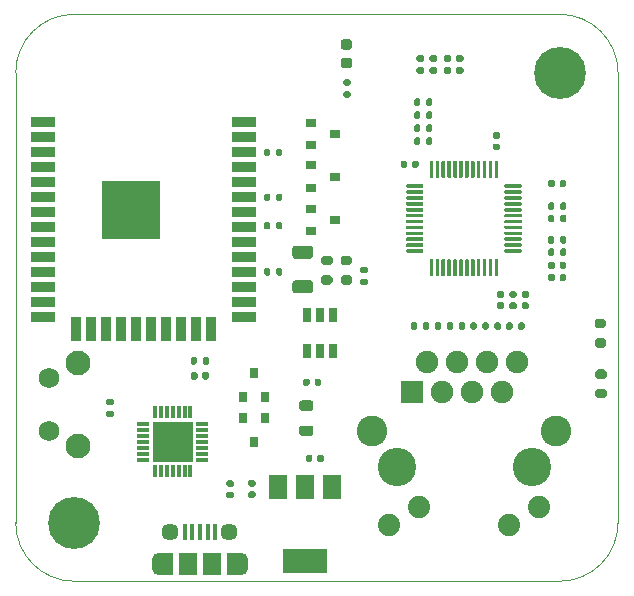
<source format=gbr>
G04 #@! TF.GenerationSoftware,KiCad,Pcbnew,(5.1.7)-1*
G04 #@! TF.CreationDate,2021-04-20T15:22:48-07:00*
G04 #@! TF.ProjectId,EsperDNS,45737065-7244-44e5-932e-6b696361645f,rev?*
G04 #@! TF.SameCoordinates,Original*
G04 #@! TF.FileFunction,Soldermask,Top*
G04 #@! TF.FilePolarity,Negative*
%FSLAX46Y46*%
G04 Gerber Fmt 4.6, Leading zero omitted, Abs format (unit mm)*
G04 Created by KiCad (PCBNEW (5.1.7)-1) date 2021-04-20 15:22:48*
%MOMM*%
%LPD*%
G01*
G04 APERTURE LIST*
G04 #@! TA.AperFunction,Profile*
%ADD10C,0.100000*%
G04 #@! TD*
%ADD11R,1.000000X0.300000*%
%ADD12R,0.300000X1.000000*%
%ADD13R,3.400000X3.400000*%
%ADD14R,1.500000X1.900000*%
%ADD15C,1.450000*%
%ADD16R,0.400000X1.350000*%
%ADD17O,1.200000X1.900000*%
%ADD18R,1.200000X1.900000*%
%ADD19R,0.800000X0.900000*%
%ADD20R,5.000000X5.000000*%
%ADD21R,2.000000X0.900000*%
%ADD22R,0.900000X2.000000*%
%ADD23R,3.800000X2.000000*%
%ADD24R,1.500000X2.000000*%
%ADD25C,2.100000*%
%ADD26C,1.750000*%
%ADD27R,0.900000X0.800000*%
%ADD28R,1.900000X1.900000*%
%ADD29C,1.900000*%
%ADD30C,1.890000*%
%ADD31C,2.600000*%
%ADD32C,3.250000*%
%ADD33C,4.400000*%
%ADD34R,0.700000X1.300000*%
G04 APERTURE END LIST*
D10*
X-25500000Y-19050000D02*
G75*
G03*
X-20550000Y-24000000I4950000J0D01*
G01*
X20550000Y-24000000D02*
G75*
G03*
X25500000Y-19050000I0J4950000D01*
G01*
X25500000Y19050000D02*
G75*
G03*
X20550000Y24000000I-4950000J0D01*
G01*
X-20550000Y24000000D02*
G75*
G03*
X-25500000Y19050000I0J-4950000D01*
G01*
X25500000Y19050000D02*
X25500000Y-19050000D01*
X-20550000Y24000000D02*
X20550000Y24000000D01*
X-25500000Y19050000D02*
X-25500000Y-19050000D01*
X-20550000Y-24000000D02*
X20550000Y-24000000D01*
G36*
G01*
X9550000Y10200000D02*
X9550000Y11525000D01*
G75*
G02*
X9625000Y11600000I75000J0D01*
G01*
X9775000Y11600000D01*
G75*
G02*
X9850000Y11525000I0J-75000D01*
G01*
X9850000Y10200000D01*
G75*
G02*
X9775000Y10125000I-75000J0D01*
G01*
X9625000Y10125000D01*
G75*
G02*
X9550000Y10200000I0J75000D01*
G01*
G37*
G36*
G01*
X10050000Y10200000D02*
X10050000Y11525000D01*
G75*
G02*
X10125000Y11600000I75000J0D01*
G01*
X10275000Y11600000D01*
G75*
G02*
X10350000Y11525000I0J-75000D01*
G01*
X10350000Y10200000D01*
G75*
G02*
X10275000Y10125000I-75000J0D01*
G01*
X10125000Y10125000D01*
G75*
G02*
X10050000Y10200000I0J75000D01*
G01*
G37*
G36*
G01*
X10550000Y10200000D02*
X10550000Y11525000D01*
G75*
G02*
X10625000Y11600000I75000J0D01*
G01*
X10775000Y11600000D01*
G75*
G02*
X10850000Y11525000I0J-75000D01*
G01*
X10850000Y10200000D01*
G75*
G02*
X10775000Y10125000I-75000J0D01*
G01*
X10625000Y10125000D01*
G75*
G02*
X10550000Y10200000I0J75000D01*
G01*
G37*
G36*
G01*
X11050000Y10200000D02*
X11050000Y11525000D01*
G75*
G02*
X11125000Y11600000I75000J0D01*
G01*
X11275000Y11600000D01*
G75*
G02*
X11350000Y11525000I0J-75000D01*
G01*
X11350000Y10200000D01*
G75*
G02*
X11275000Y10125000I-75000J0D01*
G01*
X11125000Y10125000D01*
G75*
G02*
X11050000Y10200000I0J75000D01*
G01*
G37*
G36*
G01*
X11550000Y10200000D02*
X11550000Y11525000D01*
G75*
G02*
X11625000Y11600000I75000J0D01*
G01*
X11775000Y11600000D01*
G75*
G02*
X11850000Y11525000I0J-75000D01*
G01*
X11850000Y10200000D01*
G75*
G02*
X11775000Y10125000I-75000J0D01*
G01*
X11625000Y10125000D01*
G75*
G02*
X11550000Y10200000I0J75000D01*
G01*
G37*
G36*
G01*
X12050000Y10200000D02*
X12050000Y11525000D01*
G75*
G02*
X12125000Y11600000I75000J0D01*
G01*
X12275000Y11600000D01*
G75*
G02*
X12350000Y11525000I0J-75000D01*
G01*
X12350000Y10200000D01*
G75*
G02*
X12275000Y10125000I-75000J0D01*
G01*
X12125000Y10125000D01*
G75*
G02*
X12050000Y10200000I0J75000D01*
G01*
G37*
G36*
G01*
X12550000Y10200000D02*
X12550000Y11525000D01*
G75*
G02*
X12625000Y11600000I75000J0D01*
G01*
X12775000Y11600000D01*
G75*
G02*
X12850000Y11525000I0J-75000D01*
G01*
X12850000Y10200000D01*
G75*
G02*
X12775000Y10125000I-75000J0D01*
G01*
X12625000Y10125000D01*
G75*
G02*
X12550000Y10200000I0J75000D01*
G01*
G37*
G36*
G01*
X13050000Y10200000D02*
X13050000Y11525000D01*
G75*
G02*
X13125000Y11600000I75000J0D01*
G01*
X13275000Y11600000D01*
G75*
G02*
X13350000Y11525000I0J-75000D01*
G01*
X13350000Y10200000D01*
G75*
G02*
X13275000Y10125000I-75000J0D01*
G01*
X13125000Y10125000D01*
G75*
G02*
X13050000Y10200000I0J75000D01*
G01*
G37*
G36*
G01*
X13550000Y10200000D02*
X13550000Y11525000D01*
G75*
G02*
X13625000Y11600000I75000J0D01*
G01*
X13775000Y11600000D01*
G75*
G02*
X13850000Y11525000I0J-75000D01*
G01*
X13850000Y10200000D01*
G75*
G02*
X13775000Y10125000I-75000J0D01*
G01*
X13625000Y10125000D01*
G75*
G02*
X13550000Y10200000I0J75000D01*
G01*
G37*
G36*
G01*
X14050000Y10200000D02*
X14050000Y11525000D01*
G75*
G02*
X14125000Y11600000I75000J0D01*
G01*
X14275000Y11600000D01*
G75*
G02*
X14350000Y11525000I0J-75000D01*
G01*
X14350000Y10200000D01*
G75*
G02*
X14275000Y10125000I-75000J0D01*
G01*
X14125000Y10125000D01*
G75*
G02*
X14050000Y10200000I0J75000D01*
G01*
G37*
G36*
G01*
X14550000Y10200000D02*
X14550000Y11525000D01*
G75*
G02*
X14625000Y11600000I75000J0D01*
G01*
X14775000Y11600000D01*
G75*
G02*
X14850000Y11525000I0J-75000D01*
G01*
X14850000Y10200000D01*
G75*
G02*
X14775000Y10125000I-75000J0D01*
G01*
X14625000Y10125000D01*
G75*
G02*
X14550000Y10200000I0J75000D01*
G01*
G37*
G36*
G01*
X15050000Y10200000D02*
X15050000Y11525000D01*
G75*
G02*
X15125000Y11600000I75000J0D01*
G01*
X15275000Y11600000D01*
G75*
G02*
X15350000Y11525000I0J-75000D01*
G01*
X15350000Y10200000D01*
G75*
G02*
X15275000Y10125000I-75000J0D01*
G01*
X15125000Y10125000D01*
G75*
G02*
X15050000Y10200000I0J75000D01*
G01*
G37*
G36*
G01*
X15875000Y9375000D02*
X15875000Y9525000D01*
G75*
G02*
X15950000Y9600000I75000J0D01*
G01*
X17275000Y9600000D01*
G75*
G02*
X17350000Y9525000I0J-75000D01*
G01*
X17350000Y9375000D01*
G75*
G02*
X17275000Y9300000I-75000J0D01*
G01*
X15950000Y9300000D01*
G75*
G02*
X15875000Y9375000I0J75000D01*
G01*
G37*
G36*
G01*
X15875000Y8875000D02*
X15875000Y9025000D01*
G75*
G02*
X15950000Y9100000I75000J0D01*
G01*
X17275000Y9100000D01*
G75*
G02*
X17350000Y9025000I0J-75000D01*
G01*
X17350000Y8875000D01*
G75*
G02*
X17275000Y8800000I-75000J0D01*
G01*
X15950000Y8800000D01*
G75*
G02*
X15875000Y8875000I0J75000D01*
G01*
G37*
G36*
G01*
X15875000Y8375000D02*
X15875000Y8525000D01*
G75*
G02*
X15950000Y8600000I75000J0D01*
G01*
X17275000Y8600000D01*
G75*
G02*
X17350000Y8525000I0J-75000D01*
G01*
X17350000Y8375000D01*
G75*
G02*
X17275000Y8300000I-75000J0D01*
G01*
X15950000Y8300000D01*
G75*
G02*
X15875000Y8375000I0J75000D01*
G01*
G37*
G36*
G01*
X15875000Y7875000D02*
X15875000Y8025000D01*
G75*
G02*
X15950000Y8100000I75000J0D01*
G01*
X17275000Y8100000D01*
G75*
G02*
X17350000Y8025000I0J-75000D01*
G01*
X17350000Y7875000D01*
G75*
G02*
X17275000Y7800000I-75000J0D01*
G01*
X15950000Y7800000D01*
G75*
G02*
X15875000Y7875000I0J75000D01*
G01*
G37*
G36*
G01*
X15875000Y7375000D02*
X15875000Y7525000D01*
G75*
G02*
X15950000Y7600000I75000J0D01*
G01*
X17275000Y7600000D01*
G75*
G02*
X17350000Y7525000I0J-75000D01*
G01*
X17350000Y7375000D01*
G75*
G02*
X17275000Y7300000I-75000J0D01*
G01*
X15950000Y7300000D01*
G75*
G02*
X15875000Y7375000I0J75000D01*
G01*
G37*
G36*
G01*
X15875000Y6875000D02*
X15875000Y7025000D01*
G75*
G02*
X15950000Y7100000I75000J0D01*
G01*
X17275000Y7100000D01*
G75*
G02*
X17350000Y7025000I0J-75000D01*
G01*
X17350000Y6875000D01*
G75*
G02*
X17275000Y6800000I-75000J0D01*
G01*
X15950000Y6800000D01*
G75*
G02*
X15875000Y6875000I0J75000D01*
G01*
G37*
G36*
G01*
X15875000Y6375000D02*
X15875000Y6525000D01*
G75*
G02*
X15950000Y6600000I75000J0D01*
G01*
X17275000Y6600000D01*
G75*
G02*
X17350000Y6525000I0J-75000D01*
G01*
X17350000Y6375000D01*
G75*
G02*
X17275000Y6300000I-75000J0D01*
G01*
X15950000Y6300000D01*
G75*
G02*
X15875000Y6375000I0J75000D01*
G01*
G37*
G36*
G01*
X15875000Y5875000D02*
X15875000Y6025000D01*
G75*
G02*
X15950000Y6100000I75000J0D01*
G01*
X17275000Y6100000D01*
G75*
G02*
X17350000Y6025000I0J-75000D01*
G01*
X17350000Y5875000D01*
G75*
G02*
X17275000Y5800000I-75000J0D01*
G01*
X15950000Y5800000D01*
G75*
G02*
X15875000Y5875000I0J75000D01*
G01*
G37*
G36*
G01*
X15875000Y5375000D02*
X15875000Y5525000D01*
G75*
G02*
X15950000Y5600000I75000J0D01*
G01*
X17275000Y5600000D01*
G75*
G02*
X17350000Y5525000I0J-75000D01*
G01*
X17350000Y5375000D01*
G75*
G02*
X17275000Y5300000I-75000J0D01*
G01*
X15950000Y5300000D01*
G75*
G02*
X15875000Y5375000I0J75000D01*
G01*
G37*
G36*
G01*
X15875000Y4875000D02*
X15875000Y5025000D01*
G75*
G02*
X15950000Y5100000I75000J0D01*
G01*
X17275000Y5100000D01*
G75*
G02*
X17350000Y5025000I0J-75000D01*
G01*
X17350000Y4875000D01*
G75*
G02*
X17275000Y4800000I-75000J0D01*
G01*
X15950000Y4800000D01*
G75*
G02*
X15875000Y4875000I0J75000D01*
G01*
G37*
G36*
G01*
X15875000Y4375000D02*
X15875000Y4525000D01*
G75*
G02*
X15950000Y4600000I75000J0D01*
G01*
X17275000Y4600000D01*
G75*
G02*
X17350000Y4525000I0J-75000D01*
G01*
X17350000Y4375000D01*
G75*
G02*
X17275000Y4300000I-75000J0D01*
G01*
X15950000Y4300000D01*
G75*
G02*
X15875000Y4375000I0J75000D01*
G01*
G37*
G36*
G01*
X15875000Y3875000D02*
X15875000Y4025000D01*
G75*
G02*
X15950000Y4100000I75000J0D01*
G01*
X17275000Y4100000D01*
G75*
G02*
X17350000Y4025000I0J-75000D01*
G01*
X17350000Y3875000D01*
G75*
G02*
X17275000Y3800000I-75000J0D01*
G01*
X15950000Y3800000D01*
G75*
G02*
X15875000Y3875000I0J75000D01*
G01*
G37*
G36*
G01*
X15050000Y1875000D02*
X15050000Y3200000D01*
G75*
G02*
X15125000Y3275000I75000J0D01*
G01*
X15275000Y3275000D01*
G75*
G02*
X15350000Y3200000I0J-75000D01*
G01*
X15350000Y1875000D01*
G75*
G02*
X15275000Y1800000I-75000J0D01*
G01*
X15125000Y1800000D01*
G75*
G02*
X15050000Y1875000I0J75000D01*
G01*
G37*
G36*
G01*
X14550000Y1875000D02*
X14550000Y3200000D01*
G75*
G02*
X14625000Y3275000I75000J0D01*
G01*
X14775000Y3275000D01*
G75*
G02*
X14850000Y3200000I0J-75000D01*
G01*
X14850000Y1875000D01*
G75*
G02*
X14775000Y1800000I-75000J0D01*
G01*
X14625000Y1800000D01*
G75*
G02*
X14550000Y1875000I0J75000D01*
G01*
G37*
G36*
G01*
X14050000Y1875000D02*
X14050000Y3200000D01*
G75*
G02*
X14125000Y3275000I75000J0D01*
G01*
X14275000Y3275000D01*
G75*
G02*
X14350000Y3200000I0J-75000D01*
G01*
X14350000Y1875000D01*
G75*
G02*
X14275000Y1800000I-75000J0D01*
G01*
X14125000Y1800000D01*
G75*
G02*
X14050000Y1875000I0J75000D01*
G01*
G37*
G36*
G01*
X13550000Y1875000D02*
X13550000Y3200000D01*
G75*
G02*
X13625000Y3275000I75000J0D01*
G01*
X13775000Y3275000D01*
G75*
G02*
X13850000Y3200000I0J-75000D01*
G01*
X13850000Y1875000D01*
G75*
G02*
X13775000Y1800000I-75000J0D01*
G01*
X13625000Y1800000D01*
G75*
G02*
X13550000Y1875000I0J75000D01*
G01*
G37*
G36*
G01*
X13050000Y1875000D02*
X13050000Y3200000D01*
G75*
G02*
X13125000Y3275000I75000J0D01*
G01*
X13275000Y3275000D01*
G75*
G02*
X13350000Y3200000I0J-75000D01*
G01*
X13350000Y1875000D01*
G75*
G02*
X13275000Y1800000I-75000J0D01*
G01*
X13125000Y1800000D01*
G75*
G02*
X13050000Y1875000I0J75000D01*
G01*
G37*
G36*
G01*
X12550000Y1875000D02*
X12550000Y3200000D01*
G75*
G02*
X12625000Y3275000I75000J0D01*
G01*
X12775000Y3275000D01*
G75*
G02*
X12850000Y3200000I0J-75000D01*
G01*
X12850000Y1875000D01*
G75*
G02*
X12775000Y1800000I-75000J0D01*
G01*
X12625000Y1800000D01*
G75*
G02*
X12550000Y1875000I0J75000D01*
G01*
G37*
G36*
G01*
X12050000Y1875000D02*
X12050000Y3200000D01*
G75*
G02*
X12125000Y3275000I75000J0D01*
G01*
X12275000Y3275000D01*
G75*
G02*
X12350000Y3200000I0J-75000D01*
G01*
X12350000Y1875000D01*
G75*
G02*
X12275000Y1800000I-75000J0D01*
G01*
X12125000Y1800000D01*
G75*
G02*
X12050000Y1875000I0J75000D01*
G01*
G37*
G36*
G01*
X11550000Y1875000D02*
X11550000Y3200000D01*
G75*
G02*
X11625000Y3275000I75000J0D01*
G01*
X11775000Y3275000D01*
G75*
G02*
X11850000Y3200000I0J-75000D01*
G01*
X11850000Y1875000D01*
G75*
G02*
X11775000Y1800000I-75000J0D01*
G01*
X11625000Y1800000D01*
G75*
G02*
X11550000Y1875000I0J75000D01*
G01*
G37*
G36*
G01*
X11050000Y1875000D02*
X11050000Y3200000D01*
G75*
G02*
X11125000Y3275000I75000J0D01*
G01*
X11275000Y3275000D01*
G75*
G02*
X11350000Y3200000I0J-75000D01*
G01*
X11350000Y1875000D01*
G75*
G02*
X11275000Y1800000I-75000J0D01*
G01*
X11125000Y1800000D01*
G75*
G02*
X11050000Y1875000I0J75000D01*
G01*
G37*
G36*
G01*
X10550000Y1875000D02*
X10550000Y3200000D01*
G75*
G02*
X10625000Y3275000I75000J0D01*
G01*
X10775000Y3275000D01*
G75*
G02*
X10850000Y3200000I0J-75000D01*
G01*
X10850000Y1875000D01*
G75*
G02*
X10775000Y1800000I-75000J0D01*
G01*
X10625000Y1800000D01*
G75*
G02*
X10550000Y1875000I0J75000D01*
G01*
G37*
G36*
G01*
X10050000Y1875000D02*
X10050000Y3200000D01*
G75*
G02*
X10125000Y3275000I75000J0D01*
G01*
X10275000Y3275000D01*
G75*
G02*
X10350000Y3200000I0J-75000D01*
G01*
X10350000Y1875000D01*
G75*
G02*
X10275000Y1800000I-75000J0D01*
G01*
X10125000Y1800000D01*
G75*
G02*
X10050000Y1875000I0J75000D01*
G01*
G37*
G36*
G01*
X9550000Y1875000D02*
X9550000Y3200000D01*
G75*
G02*
X9625000Y3275000I75000J0D01*
G01*
X9775000Y3275000D01*
G75*
G02*
X9850000Y3200000I0J-75000D01*
G01*
X9850000Y1875000D01*
G75*
G02*
X9775000Y1800000I-75000J0D01*
G01*
X9625000Y1800000D01*
G75*
G02*
X9550000Y1875000I0J75000D01*
G01*
G37*
G36*
G01*
X7550000Y3875000D02*
X7550000Y4025000D01*
G75*
G02*
X7625000Y4100000I75000J0D01*
G01*
X8950000Y4100000D01*
G75*
G02*
X9025000Y4025000I0J-75000D01*
G01*
X9025000Y3875000D01*
G75*
G02*
X8950000Y3800000I-75000J0D01*
G01*
X7625000Y3800000D01*
G75*
G02*
X7550000Y3875000I0J75000D01*
G01*
G37*
G36*
G01*
X7550000Y4375000D02*
X7550000Y4525000D01*
G75*
G02*
X7625000Y4600000I75000J0D01*
G01*
X8950000Y4600000D01*
G75*
G02*
X9025000Y4525000I0J-75000D01*
G01*
X9025000Y4375000D01*
G75*
G02*
X8950000Y4300000I-75000J0D01*
G01*
X7625000Y4300000D01*
G75*
G02*
X7550000Y4375000I0J75000D01*
G01*
G37*
G36*
G01*
X7550000Y4875000D02*
X7550000Y5025000D01*
G75*
G02*
X7625000Y5100000I75000J0D01*
G01*
X8950000Y5100000D01*
G75*
G02*
X9025000Y5025000I0J-75000D01*
G01*
X9025000Y4875000D01*
G75*
G02*
X8950000Y4800000I-75000J0D01*
G01*
X7625000Y4800000D01*
G75*
G02*
X7550000Y4875000I0J75000D01*
G01*
G37*
G36*
G01*
X7550000Y5375000D02*
X7550000Y5525000D01*
G75*
G02*
X7625000Y5600000I75000J0D01*
G01*
X8950000Y5600000D01*
G75*
G02*
X9025000Y5525000I0J-75000D01*
G01*
X9025000Y5375000D01*
G75*
G02*
X8950000Y5300000I-75000J0D01*
G01*
X7625000Y5300000D01*
G75*
G02*
X7550000Y5375000I0J75000D01*
G01*
G37*
G36*
G01*
X7550000Y5875000D02*
X7550000Y6025000D01*
G75*
G02*
X7625000Y6100000I75000J0D01*
G01*
X8950000Y6100000D01*
G75*
G02*
X9025000Y6025000I0J-75000D01*
G01*
X9025000Y5875000D01*
G75*
G02*
X8950000Y5800000I-75000J0D01*
G01*
X7625000Y5800000D01*
G75*
G02*
X7550000Y5875000I0J75000D01*
G01*
G37*
G36*
G01*
X7550000Y6375000D02*
X7550000Y6525000D01*
G75*
G02*
X7625000Y6600000I75000J0D01*
G01*
X8950000Y6600000D01*
G75*
G02*
X9025000Y6525000I0J-75000D01*
G01*
X9025000Y6375000D01*
G75*
G02*
X8950000Y6300000I-75000J0D01*
G01*
X7625000Y6300000D01*
G75*
G02*
X7550000Y6375000I0J75000D01*
G01*
G37*
G36*
G01*
X7550000Y6875000D02*
X7550000Y7025000D01*
G75*
G02*
X7625000Y7100000I75000J0D01*
G01*
X8950000Y7100000D01*
G75*
G02*
X9025000Y7025000I0J-75000D01*
G01*
X9025000Y6875000D01*
G75*
G02*
X8950000Y6800000I-75000J0D01*
G01*
X7625000Y6800000D01*
G75*
G02*
X7550000Y6875000I0J75000D01*
G01*
G37*
G36*
G01*
X7550000Y7375000D02*
X7550000Y7525000D01*
G75*
G02*
X7625000Y7600000I75000J0D01*
G01*
X8950000Y7600000D01*
G75*
G02*
X9025000Y7525000I0J-75000D01*
G01*
X9025000Y7375000D01*
G75*
G02*
X8950000Y7300000I-75000J0D01*
G01*
X7625000Y7300000D01*
G75*
G02*
X7550000Y7375000I0J75000D01*
G01*
G37*
G36*
G01*
X7550000Y7875000D02*
X7550000Y8025000D01*
G75*
G02*
X7625000Y8100000I75000J0D01*
G01*
X8950000Y8100000D01*
G75*
G02*
X9025000Y8025000I0J-75000D01*
G01*
X9025000Y7875000D01*
G75*
G02*
X8950000Y7800000I-75000J0D01*
G01*
X7625000Y7800000D01*
G75*
G02*
X7550000Y7875000I0J75000D01*
G01*
G37*
G36*
G01*
X7550000Y8375000D02*
X7550000Y8525000D01*
G75*
G02*
X7625000Y8600000I75000J0D01*
G01*
X8950000Y8600000D01*
G75*
G02*
X9025000Y8525000I0J-75000D01*
G01*
X9025000Y8375000D01*
G75*
G02*
X8950000Y8300000I-75000J0D01*
G01*
X7625000Y8300000D01*
G75*
G02*
X7550000Y8375000I0J75000D01*
G01*
G37*
G36*
G01*
X7550000Y8875000D02*
X7550000Y9025000D01*
G75*
G02*
X7625000Y9100000I75000J0D01*
G01*
X8950000Y9100000D01*
G75*
G02*
X9025000Y9025000I0J-75000D01*
G01*
X9025000Y8875000D01*
G75*
G02*
X8950000Y8800000I-75000J0D01*
G01*
X7625000Y8800000D01*
G75*
G02*
X7550000Y8875000I0J75000D01*
G01*
G37*
G36*
G01*
X7550000Y9375000D02*
X7550000Y9525000D01*
G75*
G02*
X7625000Y9600000I75000J0D01*
G01*
X8950000Y9600000D01*
G75*
G02*
X9025000Y9525000I0J-75000D01*
G01*
X9025000Y9375000D01*
G75*
G02*
X8950000Y9300000I-75000J0D01*
G01*
X7625000Y9300000D01*
G75*
G02*
X7550000Y9375000I0J75000D01*
G01*
G37*
G36*
G01*
X20550000Y9480000D02*
X20550000Y9820000D01*
G75*
G02*
X20690000Y9960000I140000J0D01*
G01*
X20970000Y9960000D01*
G75*
G02*
X21110000Y9820000I0J-140000D01*
G01*
X21110000Y9480000D01*
G75*
G02*
X20970000Y9340000I-140000J0D01*
G01*
X20690000Y9340000D01*
G75*
G02*
X20550000Y9480000I0J140000D01*
G01*
G37*
G36*
G01*
X19590000Y9480000D02*
X19590000Y9820000D01*
G75*
G02*
X19730000Y9960000I140000J0D01*
G01*
X20010000Y9960000D01*
G75*
G02*
X20150000Y9820000I0J-140000D01*
G01*
X20150000Y9480000D01*
G75*
G02*
X20010000Y9340000I-140000J0D01*
G01*
X19730000Y9340000D01*
G75*
G02*
X19590000Y9480000I0J140000D01*
G01*
G37*
G36*
G01*
X20550000Y1530000D02*
X20550000Y1870000D01*
G75*
G02*
X20690000Y2010000I140000J0D01*
G01*
X20970000Y2010000D01*
G75*
G02*
X21110000Y1870000I0J-140000D01*
G01*
X21110000Y1530000D01*
G75*
G02*
X20970000Y1390000I-140000J0D01*
G01*
X20690000Y1390000D01*
G75*
G02*
X20550000Y1530000I0J140000D01*
G01*
G37*
G36*
G01*
X19590000Y1530000D02*
X19590000Y1870000D01*
G75*
G02*
X19730000Y2010000I140000J0D01*
G01*
X20010000Y2010000D01*
G75*
G02*
X20150000Y1870000I0J-140000D01*
G01*
X20150000Y1530000D01*
G75*
G02*
X20010000Y1390000I-140000J0D01*
G01*
X19730000Y1390000D01*
G75*
G02*
X19590000Y1530000I0J140000D01*
G01*
G37*
G36*
G01*
X-200000Y-7320000D02*
X-200000Y-6980000D01*
G75*
G02*
X-60000Y-6840000I140000J0D01*
G01*
X220000Y-6840000D01*
G75*
G02*
X360000Y-6980000I0J-140000D01*
G01*
X360000Y-7320000D01*
G75*
G02*
X220000Y-7460000I-140000J0D01*
G01*
X-60000Y-7460000D01*
G75*
G02*
X-200000Y-7320000I0J140000D01*
G01*
G37*
G36*
G01*
X-1160000Y-7320000D02*
X-1160000Y-6980000D01*
G75*
G02*
X-1020000Y-6840000I140000J0D01*
G01*
X-740000Y-6840000D01*
G75*
G02*
X-600000Y-6980000I0J-140000D01*
G01*
X-600000Y-7320000D01*
G75*
G02*
X-740000Y-7460000I-140000J0D01*
G01*
X-1020000Y-7460000D01*
G75*
G02*
X-1160000Y-7320000I0J140000D01*
G01*
G37*
G36*
G01*
X25000Y-13770000D02*
X25000Y-13430000D01*
G75*
G02*
X165000Y-13290000I140000J0D01*
G01*
X445000Y-13290000D01*
G75*
G02*
X585000Y-13430000I0J-140000D01*
G01*
X585000Y-13770000D01*
G75*
G02*
X445000Y-13910000I-140000J0D01*
G01*
X165000Y-13910000D01*
G75*
G02*
X25000Y-13770000I0J140000D01*
G01*
G37*
G36*
G01*
X-935000Y-13770000D02*
X-935000Y-13430000D01*
G75*
G02*
X-795000Y-13290000I140000J0D01*
G01*
X-515000Y-13290000D01*
G75*
G02*
X-375000Y-13430000I0J-140000D01*
G01*
X-375000Y-13770000D01*
G75*
G02*
X-515000Y-13910000I-140000J0D01*
G01*
X-795000Y-13910000D01*
G75*
G02*
X-935000Y-13770000I0J140000D01*
G01*
G37*
G36*
G01*
X20590000Y3665000D02*
X20590000Y4035000D01*
G75*
G02*
X20725000Y4170000I135000J0D01*
G01*
X20995000Y4170000D01*
G75*
G02*
X21130000Y4035000I0J-135000D01*
G01*
X21130000Y3665000D01*
G75*
G02*
X20995000Y3530000I-135000J0D01*
G01*
X20725000Y3530000D01*
G75*
G02*
X20590000Y3665000I0J135000D01*
G01*
G37*
G36*
G01*
X19570000Y3665000D02*
X19570000Y4035000D01*
G75*
G02*
X19705000Y4170000I135000J0D01*
G01*
X19975000Y4170000D01*
G75*
G02*
X20110000Y4035000I0J-135000D01*
G01*
X20110000Y3665000D01*
G75*
G02*
X19975000Y3530000I-135000J0D01*
G01*
X19705000Y3530000D01*
G75*
G02*
X19570000Y3665000I0J135000D01*
G01*
G37*
G36*
G01*
X10035000Y19990000D02*
X9665000Y19990000D01*
G75*
G02*
X9530000Y20125000I0J135000D01*
G01*
X9530000Y20395000D01*
G75*
G02*
X9665000Y20530000I135000J0D01*
G01*
X10035000Y20530000D01*
G75*
G02*
X10170000Y20395000I0J-135000D01*
G01*
X10170000Y20125000D01*
G75*
G02*
X10035000Y19990000I-135000J0D01*
G01*
G37*
G36*
G01*
X10035000Y18970000D02*
X9665000Y18970000D01*
G75*
G02*
X9530000Y19105000I0J135000D01*
G01*
X9530000Y19375000D01*
G75*
G02*
X9665000Y19510000I135000J0D01*
G01*
X10035000Y19510000D01*
G75*
G02*
X10170000Y19375000I0J-135000D01*
G01*
X10170000Y19105000D01*
G75*
G02*
X10035000Y18970000I-135000J0D01*
G01*
G37*
G36*
G01*
X8760000Y16735000D02*
X8760000Y16365000D01*
G75*
G02*
X8625000Y16230000I-135000J0D01*
G01*
X8355000Y16230000D01*
G75*
G02*
X8220000Y16365000I0J135000D01*
G01*
X8220000Y16735000D01*
G75*
G02*
X8355000Y16870000I135000J0D01*
G01*
X8625000Y16870000D01*
G75*
G02*
X8760000Y16735000I0J-135000D01*
G01*
G37*
G36*
G01*
X9780000Y16735000D02*
X9780000Y16365000D01*
G75*
G02*
X9645000Y16230000I-135000J0D01*
G01*
X9375000Y16230000D01*
G75*
G02*
X9240000Y16365000I0J135000D01*
G01*
X9240000Y16735000D01*
G75*
G02*
X9375000Y16870000I135000J0D01*
G01*
X9645000Y16870000D01*
G75*
G02*
X9780000Y16735000I0J-135000D01*
G01*
G37*
G36*
G01*
X8565000Y19510000D02*
X8935000Y19510000D01*
G75*
G02*
X9070000Y19375000I0J-135000D01*
G01*
X9070000Y19105000D01*
G75*
G02*
X8935000Y18970000I-135000J0D01*
G01*
X8565000Y18970000D01*
G75*
G02*
X8430000Y19105000I0J135000D01*
G01*
X8430000Y19375000D01*
G75*
G02*
X8565000Y19510000I135000J0D01*
G01*
G37*
G36*
G01*
X8565000Y20530000D02*
X8935000Y20530000D01*
G75*
G02*
X9070000Y20395000I0J-135000D01*
G01*
X9070000Y20125000D01*
G75*
G02*
X8935000Y19990000I-135000J0D01*
G01*
X8565000Y19990000D01*
G75*
G02*
X8430000Y20125000I0J135000D01*
G01*
X8430000Y20395000D01*
G75*
G02*
X8565000Y20530000I135000J0D01*
G01*
G37*
G36*
G01*
X11915000Y19510000D02*
X12285000Y19510000D01*
G75*
G02*
X12420000Y19375000I0J-135000D01*
G01*
X12420000Y19105000D01*
G75*
G02*
X12285000Y18970000I-135000J0D01*
G01*
X11915000Y18970000D01*
G75*
G02*
X11780000Y19105000I0J135000D01*
G01*
X11780000Y19375000D01*
G75*
G02*
X11915000Y19510000I135000J0D01*
G01*
G37*
G36*
G01*
X11915000Y20530000D02*
X12285000Y20530000D01*
G75*
G02*
X12420000Y20395000I0J-135000D01*
G01*
X12420000Y20125000D01*
G75*
G02*
X12285000Y19990000I-135000J0D01*
G01*
X11915000Y19990000D01*
G75*
G02*
X11780000Y20125000I0J135000D01*
G01*
X11780000Y20395000D01*
G75*
G02*
X11915000Y20530000I135000J0D01*
G01*
G37*
G36*
G01*
X10865000Y19510000D02*
X11235000Y19510000D01*
G75*
G02*
X11370000Y19375000I0J-135000D01*
G01*
X11370000Y19105000D01*
G75*
G02*
X11235000Y18970000I-135000J0D01*
G01*
X10865000Y18970000D01*
G75*
G02*
X10730000Y19105000I0J135000D01*
G01*
X10730000Y19375000D01*
G75*
G02*
X10865000Y19510000I135000J0D01*
G01*
G37*
G36*
G01*
X10865000Y20530000D02*
X11235000Y20530000D01*
G75*
G02*
X11370000Y20395000I0J-135000D01*
G01*
X11370000Y20125000D01*
G75*
G02*
X11235000Y19990000I-135000J0D01*
G01*
X10865000Y19990000D01*
G75*
G02*
X10730000Y20125000I0J135000D01*
G01*
X10730000Y20395000D01*
G75*
G02*
X10865000Y20530000I135000J0D01*
G01*
G37*
G36*
G01*
X20110000Y5085000D02*
X20110000Y4715000D01*
G75*
G02*
X19975000Y4580000I-135000J0D01*
G01*
X19705000Y4580000D01*
G75*
G02*
X19570000Y4715000I0J135000D01*
G01*
X19570000Y5085000D01*
G75*
G02*
X19705000Y5220000I135000J0D01*
G01*
X19975000Y5220000D01*
G75*
G02*
X20110000Y5085000I0J-135000D01*
G01*
G37*
G36*
G01*
X21130000Y5085000D02*
X21130000Y4715000D01*
G75*
G02*
X20995000Y4580000I-135000J0D01*
G01*
X20725000Y4580000D01*
G75*
G02*
X20590000Y4715000I0J135000D01*
G01*
X20590000Y5085000D01*
G75*
G02*
X20725000Y5220000I135000J0D01*
G01*
X20995000Y5220000D01*
G75*
G02*
X21130000Y5085000I0J-135000D01*
G01*
G37*
G36*
G01*
X20110000Y6885000D02*
X20110000Y6515000D01*
G75*
G02*
X19975000Y6380000I-135000J0D01*
G01*
X19705000Y6380000D01*
G75*
G02*
X19570000Y6515000I0J135000D01*
G01*
X19570000Y6885000D01*
G75*
G02*
X19705000Y7020000I135000J0D01*
G01*
X19975000Y7020000D01*
G75*
G02*
X20110000Y6885000I0J-135000D01*
G01*
G37*
G36*
G01*
X21130000Y6885000D02*
X21130000Y6515000D01*
G75*
G02*
X20995000Y6380000I-135000J0D01*
G01*
X20725000Y6380000D01*
G75*
G02*
X20590000Y6515000I0J135000D01*
G01*
X20590000Y6885000D01*
G75*
G02*
X20725000Y7020000I135000J0D01*
G01*
X20995000Y7020000D01*
G75*
G02*
X21130000Y6885000I0J-135000D01*
G01*
G37*
G36*
G01*
X20110000Y7935000D02*
X20110000Y7565000D01*
G75*
G02*
X19975000Y7430000I-135000J0D01*
G01*
X19705000Y7430000D01*
G75*
G02*
X19570000Y7565000I0J135000D01*
G01*
X19570000Y7935000D01*
G75*
G02*
X19705000Y8070000I135000J0D01*
G01*
X19975000Y8070000D01*
G75*
G02*
X20110000Y7935000I0J-135000D01*
G01*
G37*
G36*
G01*
X21130000Y7935000D02*
X21130000Y7565000D01*
G75*
G02*
X20995000Y7430000I-135000J0D01*
G01*
X20725000Y7430000D01*
G75*
G02*
X20590000Y7565000I0J135000D01*
G01*
X20590000Y7935000D01*
G75*
G02*
X20725000Y8070000I135000J0D01*
G01*
X20995000Y8070000D01*
G75*
G02*
X21130000Y7935000I0J-135000D01*
G01*
G37*
G36*
G01*
X23775000Y-7725000D02*
X24325000Y-7725000D01*
G75*
G02*
X24525000Y-7925000I0J-200000D01*
G01*
X24525000Y-8325000D01*
G75*
G02*
X24325000Y-8525000I-200000J0D01*
G01*
X23775000Y-8525000D01*
G75*
G02*
X23575000Y-8325000I0J200000D01*
G01*
X23575000Y-7925000D01*
G75*
G02*
X23775000Y-7725000I200000J0D01*
G01*
G37*
G36*
G01*
X23775000Y-6075000D02*
X24325000Y-6075000D01*
G75*
G02*
X24525000Y-6275000I0J-200000D01*
G01*
X24525000Y-6675000D01*
G75*
G02*
X24325000Y-6875000I-200000J0D01*
G01*
X23775000Y-6875000D01*
G75*
G02*
X23575000Y-6675000I0J200000D01*
G01*
X23575000Y-6275000D01*
G75*
G02*
X23775000Y-6075000I200000J0D01*
G01*
G37*
G36*
G01*
X20550000Y2580000D02*
X20550000Y2920000D01*
G75*
G02*
X20690000Y3060000I140000J0D01*
G01*
X20970000Y3060000D01*
G75*
G02*
X21110000Y2920000I0J-140000D01*
G01*
X21110000Y2580000D01*
G75*
G02*
X20970000Y2440000I-140000J0D01*
G01*
X20690000Y2440000D01*
G75*
G02*
X20550000Y2580000I0J140000D01*
G01*
G37*
G36*
G01*
X19590000Y2580000D02*
X19590000Y2920000D01*
G75*
G02*
X19730000Y3060000I140000J0D01*
G01*
X20010000Y3060000D01*
G75*
G02*
X20150000Y2920000I0J-140000D01*
G01*
X20150000Y2580000D01*
G75*
G02*
X20010000Y2440000I-140000J0D01*
G01*
X19730000Y2440000D01*
G75*
G02*
X19590000Y2580000I0J140000D01*
G01*
G37*
G36*
G01*
X15380000Y-400000D02*
X15720000Y-400000D01*
G75*
G02*
X15860000Y-540000I0J-140000D01*
G01*
X15860000Y-820000D01*
G75*
G02*
X15720000Y-960000I-140000J0D01*
G01*
X15380000Y-960000D01*
G75*
G02*
X15240000Y-820000I0J140000D01*
G01*
X15240000Y-540000D01*
G75*
G02*
X15380000Y-400000I140000J0D01*
G01*
G37*
G36*
G01*
X15380000Y560000D02*
X15720000Y560000D01*
G75*
G02*
X15860000Y420000I0J-140000D01*
G01*
X15860000Y140000D01*
G75*
G02*
X15720000Y0I-140000J0D01*
G01*
X15380000Y0D01*
G75*
G02*
X15240000Y140000I0J140000D01*
G01*
X15240000Y420000D01*
G75*
G02*
X15380000Y560000I140000J0D01*
G01*
G37*
G36*
G01*
X15370000Y13450000D02*
X15030000Y13450000D01*
G75*
G02*
X14890000Y13590000I0J140000D01*
G01*
X14890000Y13870000D01*
G75*
G02*
X15030000Y14010000I140000J0D01*
G01*
X15370000Y14010000D01*
G75*
G02*
X15510000Y13870000I0J-140000D01*
G01*
X15510000Y13590000D01*
G75*
G02*
X15370000Y13450000I-140000J0D01*
G01*
G37*
G36*
G01*
X15370000Y12490000D02*
X15030000Y12490000D01*
G75*
G02*
X14890000Y12630000I0J140000D01*
G01*
X14890000Y12910000D01*
G75*
G02*
X15030000Y13050000I140000J0D01*
G01*
X15370000Y13050000D01*
G75*
G02*
X15510000Y12910000I0J-140000D01*
G01*
X15510000Y12630000D01*
G75*
G02*
X15370000Y12490000I-140000J0D01*
G01*
G37*
D11*
X-9700000Y-13700000D03*
D12*
X-13700000Y-14700000D03*
D11*
X-14700000Y-10700000D03*
D12*
X-10700000Y-9700000D03*
X-11200000Y-9700000D03*
X-11700000Y-9700000D03*
X-12200000Y-9700000D03*
X-12700000Y-9700000D03*
X-13200000Y-9700000D03*
X-13700000Y-9700000D03*
D11*
X-14700000Y-11200000D03*
X-14700000Y-11700000D03*
X-14700000Y-12200000D03*
X-14700000Y-12700000D03*
X-14700000Y-13200000D03*
X-14700000Y-13700000D03*
D12*
X-13200000Y-14700000D03*
X-12700000Y-14700000D03*
X-12200000Y-14700000D03*
X-11700000Y-14700000D03*
X-11200000Y-14700000D03*
X-10700000Y-14700000D03*
D11*
X-9700000Y-13200000D03*
X-9700000Y-12700000D03*
X-9700000Y-12200000D03*
X-9700000Y-11700000D03*
X-9700000Y-11200000D03*
X-9700000Y-10700000D03*
D13*
X-12200000Y-12200000D03*
G36*
G01*
X-9126000Y-6431500D02*
X-9126000Y-6776500D01*
G75*
G02*
X-9273500Y-6924000I-147500J0D01*
G01*
X-9568500Y-6924000D01*
G75*
G02*
X-9716000Y-6776500I0J147500D01*
G01*
X-9716000Y-6431500D01*
G75*
G02*
X-9568500Y-6284000I147500J0D01*
G01*
X-9273500Y-6284000D01*
G75*
G02*
X-9126000Y-6431500I0J-147500D01*
G01*
G37*
G36*
G01*
X-10096000Y-6431500D02*
X-10096000Y-6776500D01*
G75*
G02*
X-10243500Y-6924000I-147500J0D01*
G01*
X-10538500Y-6924000D01*
G75*
G02*
X-10686000Y-6776500I0J147500D01*
G01*
X-10686000Y-6431500D01*
G75*
G02*
X-10538500Y-6284000I147500J0D01*
G01*
X-10243500Y-6284000D01*
G75*
G02*
X-10096000Y-6431500I0J-147500D01*
G01*
G37*
D14*
X-8906000Y-22573500D03*
D15*
X-12406000Y-19873500D03*
D16*
X-10556000Y-19873500D03*
X-11206000Y-19873500D03*
X-8606000Y-19873500D03*
X-9256000Y-19873500D03*
X-9906000Y-19873500D03*
D15*
X-7406000Y-19873500D03*
D14*
X-10906000Y-22573500D03*
D17*
X-13406000Y-22573500D03*
X-6406000Y-22573500D03*
D18*
X-7006000Y-22573500D03*
X-12806000Y-22573500D03*
D19*
X-6284000Y-8366000D03*
X-4384000Y-8366000D03*
X-5334000Y-6366000D03*
X-4384000Y-10176000D03*
X-6284000Y-10176000D03*
X-5334000Y-12176000D03*
G36*
G01*
X24275000Y-4225000D02*
X23725000Y-4225000D01*
G75*
G02*
X23525000Y-4025000I0J200000D01*
G01*
X23525000Y-3625000D01*
G75*
G02*
X23725000Y-3425000I200000J0D01*
G01*
X24275000Y-3425000D01*
G75*
G02*
X24475000Y-3625000I0J-200000D01*
G01*
X24475000Y-4025000D01*
G75*
G02*
X24275000Y-4225000I-200000J0D01*
G01*
G37*
G36*
G01*
X24275000Y-2575000D02*
X23725000Y-2575000D01*
G75*
G02*
X23525000Y-2375000I0J200000D01*
G01*
X23525000Y-1975000D01*
G75*
G02*
X23725000Y-1775000I200000J0D01*
G01*
X24275000Y-1775000D01*
G75*
G02*
X24475000Y-1975000I0J-200000D01*
G01*
X24475000Y-2375000D01*
G75*
G02*
X24275000Y-2575000I-200000J0D01*
G01*
G37*
G36*
G01*
X-1281250Y-8700000D02*
X-518750Y-8700000D01*
G75*
G02*
X-300000Y-8918750I0J-218750D01*
G01*
X-300000Y-9356250D01*
G75*
G02*
X-518750Y-9575000I-218750J0D01*
G01*
X-1281250Y-9575000D01*
G75*
G02*
X-1500000Y-9356250I0J218750D01*
G01*
X-1500000Y-8918750D01*
G75*
G02*
X-1281250Y-8700000I218750J0D01*
G01*
G37*
G36*
G01*
X-1281250Y-10825000D02*
X-518750Y-10825000D01*
G75*
G02*
X-300000Y-11043750I0J-218750D01*
G01*
X-300000Y-11481250D01*
G75*
G02*
X-518750Y-11700000I-218750J0D01*
G01*
X-1281250Y-11700000D01*
G75*
G02*
X-1500000Y-11481250I0J218750D01*
G01*
X-1500000Y-11043750D01*
G75*
G02*
X-1281250Y-10825000I218750J0D01*
G01*
G37*
G36*
G01*
X-2920000Y2385000D02*
X-2920000Y2015000D01*
G75*
G02*
X-3055000Y1880000I-135000J0D01*
G01*
X-3325000Y1880000D01*
G75*
G02*
X-3460000Y2015000I0J135000D01*
G01*
X-3460000Y2385000D01*
G75*
G02*
X-3325000Y2520000I135000J0D01*
G01*
X-3055000Y2520000D01*
G75*
G02*
X-2920000Y2385000I0J-135000D01*
G01*
G37*
G36*
G01*
X-3940000Y2385000D02*
X-3940000Y2015000D01*
G75*
G02*
X-4075000Y1880000I-135000J0D01*
G01*
X-4345000Y1880000D01*
G75*
G02*
X-4480000Y2015000I0J135000D01*
G01*
X-4480000Y2385000D01*
G75*
G02*
X-4345000Y2520000I135000J0D01*
G01*
X-4075000Y2520000D01*
G75*
G02*
X-3940000Y2385000I0J-135000D01*
G01*
G37*
D20*
X-15700000Y7400000D03*
D21*
X-23200000Y14900000D03*
X-23200000Y13630000D03*
X-23200000Y12360000D03*
X-23200000Y11090000D03*
X-23200000Y9820000D03*
X-23200000Y8550000D03*
X-23200000Y7280000D03*
X-23200000Y6010000D03*
X-23200000Y4740000D03*
X-23200000Y3470000D03*
X-23200000Y2200000D03*
X-23200000Y930000D03*
X-23200000Y-340000D03*
X-23200000Y-1610000D03*
D22*
X-20415000Y-2610000D03*
X-19145000Y-2610000D03*
X-17875000Y-2610000D03*
X-16605000Y-2610000D03*
X-15335000Y-2610000D03*
X-14065000Y-2610000D03*
X-12795000Y-2610000D03*
X-11525000Y-2610000D03*
X-10255000Y-2610000D03*
X-8985000Y-2610000D03*
D21*
X-6200000Y-1610000D03*
X-6200000Y-340000D03*
X-6200000Y930000D03*
X-6200000Y2200000D03*
X-6200000Y3470000D03*
X-6200000Y4740000D03*
X-6200000Y6010000D03*
X-6200000Y7280000D03*
X-6200000Y8550000D03*
X-6200000Y9820000D03*
X-6200000Y11090000D03*
X-6200000Y12360000D03*
X-6200000Y13630000D03*
X-6200000Y14900000D03*
D23*
X-1000000Y-22300000D03*
D24*
X-1000000Y-16000000D03*
X-3300000Y-16000000D03*
X1300000Y-16000000D03*
D25*
X-20210000Y-5540000D03*
D26*
X-22700000Y-6800000D03*
X-22700000Y-11300000D03*
D25*
X-20210000Y-12550000D03*
G36*
G01*
X9780000Y15635000D02*
X9780000Y15265000D01*
G75*
G02*
X9645000Y15130000I-135000J0D01*
G01*
X9375000Y15130000D01*
G75*
G02*
X9240000Y15265000I0J135000D01*
G01*
X9240000Y15635000D01*
G75*
G02*
X9375000Y15770000I135000J0D01*
G01*
X9645000Y15770000D01*
G75*
G02*
X9780000Y15635000I0J-135000D01*
G01*
G37*
G36*
G01*
X8760000Y15635000D02*
X8760000Y15265000D01*
G75*
G02*
X8625000Y15130000I-135000J0D01*
G01*
X8355000Y15130000D01*
G75*
G02*
X8220000Y15265000I0J135000D01*
G01*
X8220000Y15635000D01*
G75*
G02*
X8355000Y15770000I135000J0D01*
G01*
X8625000Y15770000D01*
G75*
G02*
X8760000Y15635000I0J-135000D01*
G01*
G37*
G36*
G01*
X9780000Y13435000D02*
X9780000Y13065000D01*
G75*
G02*
X9645000Y12930000I-135000J0D01*
G01*
X9375000Y12930000D01*
G75*
G02*
X9240000Y13065000I0J135000D01*
G01*
X9240000Y13435000D01*
G75*
G02*
X9375000Y13570000I135000J0D01*
G01*
X9645000Y13570000D01*
G75*
G02*
X9780000Y13435000I0J-135000D01*
G01*
G37*
G36*
G01*
X8760000Y13435000D02*
X8760000Y13065000D01*
G75*
G02*
X8625000Y12930000I-135000J0D01*
G01*
X8355000Y12930000D01*
G75*
G02*
X8220000Y13065000I0J135000D01*
G01*
X8220000Y13435000D01*
G75*
G02*
X8355000Y13570000I135000J0D01*
G01*
X8625000Y13570000D01*
G75*
G02*
X8760000Y13435000I0J-135000D01*
G01*
G37*
G36*
G01*
X9780000Y14535000D02*
X9780000Y14165000D01*
G75*
G02*
X9645000Y14030000I-135000J0D01*
G01*
X9375000Y14030000D01*
G75*
G02*
X9240000Y14165000I0J135000D01*
G01*
X9240000Y14535000D01*
G75*
G02*
X9375000Y14670000I135000J0D01*
G01*
X9645000Y14670000D01*
G75*
G02*
X9780000Y14535000I0J-135000D01*
G01*
G37*
G36*
G01*
X8760000Y14535000D02*
X8760000Y14165000D01*
G75*
G02*
X8625000Y14030000I-135000J0D01*
G01*
X8355000Y14030000D01*
G75*
G02*
X8220000Y14165000I0J135000D01*
G01*
X8220000Y14535000D01*
G75*
G02*
X8355000Y14670000I135000J0D01*
G01*
X8625000Y14670000D01*
G75*
G02*
X8760000Y14535000I0J-135000D01*
G01*
G37*
G36*
G01*
X7960000Y-2585000D02*
X7960000Y-2215000D01*
G75*
G02*
X8095000Y-2080000I135000J0D01*
G01*
X8365000Y-2080000D01*
G75*
G02*
X8500000Y-2215000I0J-135000D01*
G01*
X8500000Y-2585000D01*
G75*
G02*
X8365000Y-2720000I-135000J0D01*
G01*
X8095000Y-2720000D01*
G75*
G02*
X7960000Y-2585000I0J135000D01*
G01*
G37*
G36*
G01*
X8980000Y-2585000D02*
X8980000Y-2215000D01*
G75*
G02*
X9115000Y-2080000I135000J0D01*
G01*
X9385000Y-2080000D01*
G75*
G02*
X9520000Y-2215000I0J-135000D01*
G01*
X9520000Y-2585000D01*
G75*
G02*
X9385000Y-2720000I-135000J0D01*
G01*
X9115000Y-2720000D01*
G75*
G02*
X8980000Y-2585000I0J135000D01*
G01*
G37*
G36*
G01*
X11540000Y-2215000D02*
X11540000Y-2585000D01*
G75*
G02*
X11405000Y-2720000I-135000J0D01*
G01*
X11135000Y-2720000D01*
G75*
G02*
X11000000Y-2585000I0J135000D01*
G01*
X11000000Y-2215000D01*
G75*
G02*
X11135000Y-2080000I135000J0D01*
G01*
X11405000Y-2080000D01*
G75*
G02*
X11540000Y-2215000I0J-135000D01*
G01*
G37*
G36*
G01*
X10520000Y-2215000D02*
X10520000Y-2585000D01*
G75*
G02*
X10385000Y-2720000I-135000J0D01*
G01*
X10115000Y-2720000D01*
G75*
G02*
X9980000Y-2585000I0J135000D01*
G01*
X9980000Y-2215000D01*
G75*
G02*
X10115000Y-2080000I135000J0D01*
G01*
X10385000Y-2080000D01*
G75*
G02*
X10520000Y-2215000I0J-135000D01*
G01*
G37*
G36*
G01*
X14010000Y-2585000D02*
X14010000Y-2215000D01*
G75*
G02*
X14145000Y-2080000I135000J0D01*
G01*
X14415000Y-2080000D01*
G75*
G02*
X14550000Y-2215000I0J-135000D01*
G01*
X14550000Y-2585000D01*
G75*
G02*
X14415000Y-2720000I-135000J0D01*
G01*
X14145000Y-2720000D01*
G75*
G02*
X14010000Y-2585000I0J135000D01*
G01*
G37*
G36*
G01*
X15030000Y-2585000D02*
X15030000Y-2215000D01*
G75*
G02*
X15165000Y-2080000I135000J0D01*
G01*
X15435000Y-2080000D01*
G75*
G02*
X15570000Y-2215000I0J-135000D01*
G01*
X15570000Y-2585000D01*
G75*
G02*
X15435000Y-2720000I-135000J0D01*
G01*
X15165000Y-2720000D01*
G75*
G02*
X15030000Y-2585000I0J135000D01*
G01*
G37*
G36*
G01*
X17590000Y-2215000D02*
X17590000Y-2585000D01*
G75*
G02*
X17455000Y-2720000I-135000J0D01*
G01*
X17185000Y-2720000D01*
G75*
G02*
X17050000Y-2585000I0J135000D01*
G01*
X17050000Y-2215000D01*
G75*
G02*
X17185000Y-2080000I135000J0D01*
G01*
X17455000Y-2080000D01*
G75*
G02*
X17590000Y-2215000I0J-135000D01*
G01*
G37*
G36*
G01*
X16570000Y-2215000D02*
X16570000Y-2585000D01*
G75*
G02*
X16435000Y-2720000I-135000J0D01*
G01*
X16165000Y-2720000D01*
G75*
G02*
X16030000Y-2585000I0J135000D01*
G01*
X16030000Y-2215000D01*
G75*
G02*
X16165000Y-2080000I135000J0D01*
G01*
X16435000Y-2080000D01*
G75*
G02*
X16570000Y-2215000I0J-135000D01*
G01*
G37*
G36*
G01*
X4185000Y1070000D02*
X3815000Y1070000D01*
G75*
G02*
X3680000Y1205000I0J135000D01*
G01*
X3680000Y1475000D01*
G75*
G02*
X3815000Y1610000I135000J0D01*
G01*
X4185000Y1610000D01*
G75*
G02*
X4320000Y1475000I0J-135000D01*
G01*
X4320000Y1205000D01*
G75*
G02*
X4185000Y1070000I-135000J0D01*
G01*
G37*
G36*
G01*
X4185000Y2090000D02*
X3815000Y2090000D01*
G75*
G02*
X3680000Y2225000I0J135000D01*
G01*
X3680000Y2495000D01*
G75*
G02*
X3815000Y2630000I135000J0D01*
G01*
X4185000Y2630000D01*
G75*
G02*
X4320000Y2495000I0J-135000D01*
G01*
X4320000Y2225000D01*
G75*
G02*
X4185000Y2090000I-135000J0D01*
G01*
G37*
G36*
G01*
X-4490000Y12115000D02*
X-4490000Y12485000D01*
G75*
G02*
X-4355000Y12620000I135000J0D01*
G01*
X-4085000Y12620000D01*
G75*
G02*
X-3950000Y12485000I0J-135000D01*
G01*
X-3950000Y12115000D01*
G75*
G02*
X-4085000Y11980000I-135000J0D01*
G01*
X-4355000Y11980000D01*
G75*
G02*
X-4490000Y12115000I0J135000D01*
G01*
G37*
G36*
G01*
X-3470000Y12115000D02*
X-3470000Y12485000D01*
G75*
G02*
X-3335000Y12620000I135000J0D01*
G01*
X-3065000Y12620000D01*
G75*
G02*
X-2930000Y12485000I0J-135000D01*
G01*
X-2930000Y12115000D01*
G75*
G02*
X-3065000Y11980000I-135000J0D01*
G01*
X-3335000Y11980000D01*
G75*
G02*
X-3470000Y12115000I0J135000D01*
G01*
G37*
G36*
G01*
X-17315000Y-10130000D02*
X-17685000Y-10130000D01*
G75*
G02*
X-17820000Y-9995000I0J135000D01*
G01*
X-17820000Y-9725000D01*
G75*
G02*
X-17685000Y-9590000I135000J0D01*
G01*
X-17315000Y-9590000D01*
G75*
G02*
X-17180000Y-9725000I0J-135000D01*
G01*
X-17180000Y-9995000D01*
G75*
G02*
X-17315000Y-10130000I-135000J0D01*
G01*
G37*
G36*
G01*
X-17315000Y-9110000D02*
X-17685000Y-9110000D01*
G75*
G02*
X-17820000Y-8975000I0J135000D01*
G01*
X-17820000Y-8705000D01*
G75*
G02*
X-17685000Y-8570000I135000J0D01*
G01*
X-17315000Y-8570000D01*
G75*
G02*
X-17180000Y-8705000I0J-135000D01*
G01*
X-17180000Y-8975000D01*
G75*
G02*
X-17315000Y-9110000I-135000J0D01*
G01*
G37*
G36*
G01*
X-4480000Y8315000D02*
X-4480000Y8685000D01*
G75*
G02*
X-4345000Y8820000I135000J0D01*
G01*
X-4075000Y8820000D01*
G75*
G02*
X-3940000Y8685000I0J-135000D01*
G01*
X-3940000Y8315000D01*
G75*
G02*
X-4075000Y8180000I-135000J0D01*
G01*
X-4345000Y8180000D01*
G75*
G02*
X-4480000Y8315000I0J135000D01*
G01*
G37*
G36*
G01*
X-3460000Y8315000D02*
X-3460000Y8685000D01*
G75*
G02*
X-3325000Y8820000I135000J0D01*
G01*
X-3055000Y8820000D01*
G75*
G02*
X-2920000Y8685000I0J-135000D01*
G01*
X-2920000Y8315000D01*
G75*
G02*
X-3055000Y8180000I-135000J0D01*
G01*
X-3325000Y8180000D01*
G75*
G02*
X-3460000Y8315000I0J135000D01*
G01*
G37*
G36*
G01*
X-4490000Y5915000D02*
X-4490000Y6285000D01*
G75*
G02*
X-4355000Y6420000I135000J0D01*
G01*
X-4085000Y6420000D01*
G75*
G02*
X-3950000Y6285000I0J-135000D01*
G01*
X-3950000Y5915000D01*
G75*
G02*
X-4085000Y5780000I-135000J0D01*
G01*
X-4355000Y5780000D01*
G75*
G02*
X-4490000Y5915000I0J135000D01*
G01*
G37*
G36*
G01*
X-3470000Y5915000D02*
X-3470000Y6285000D01*
G75*
G02*
X-3335000Y6420000I135000J0D01*
G01*
X-3065000Y6420000D01*
G75*
G02*
X-2930000Y6285000I0J-135000D01*
G01*
X-2930000Y5915000D01*
G75*
G02*
X-3065000Y5780000I-135000J0D01*
G01*
X-3335000Y5780000D01*
G75*
G02*
X-3470000Y5915000I0J135000D01*
G01*
G37*
G36*
G01*
X-574998Y362500D02*
X-1825002Y362500D01*
G75*
G02*
X-2075000Y612498I0J249998D01*
G01*
X-2075000Y1237502D01*
G75*
G02*
X-1825002Y1487500I249998J0D01*
G01*
X-574998Y1487500D01*
G75*
G02*
X-325000Y1237502I0J-249998D01*
G01*
X-325000Y612498D01*
G75*
G02*
X-574998Y362500I-249998J0D01*
G01*
G37*
G36*
G01*
X-574998Y3287500D02*
X-1825002Y3287500D01*
G75*
G02*
X-2075000Y3537498I0J249998D01*
G01*
X-2075000Y4162502D01*
G75*
G02*
X-1825002Y4412500I249998J0D01*
G01*
X-574998Y4412500D01*
G75*
G02*
X-325000Y4162502I0J-249998D01*
G01*
X-325000Y3537498D01*
G75*
G02*
X-574998Y3287500I-249998J0D01*
G01*
G37*
G36*
G01*
X1125000Y1100000D02*
X575000Y1100000D01*
G75*
G02*
X375000Y1300000I0J200000D01*
G01*
X375000Y1700000D01*
G75*
G02*
X575000Y1900000I200000J0D01*
G01*
X1125000Y1900000D01*
G75*
G02*
X1325000Y1700000I0J-200000D01*
G01*
X1325000Y1300000D01*
G75*
G02*
X1125000Y1100000I-200000J0D01*
G01*
G37*
G36*
G01*
X1125000Y2750000D02*
X575000Y2750000D01*
G75*
G02*
X375000Y2950000I0J200000D01*
G01*
X375000Y3350000D01*
G75*
G02*
X575000Y3550000I200000J0D01*
G01*
X1125000Y3550000D01*
G75*
G02*
X1325000Y3350000I0J-200000D01*
G01*
X1325000Y2950000D01*
G75*
G02*
X1125000Y2750000I-200000J0D01*
G01*
G37*
G36*
G01*
X2775000Y1100000D02*
X2225000Y1100000D01*
G75*
G02*
X2025000Y1300000I0J200000D01*
G01*
X2025000Y1700000D01*
G75*
G02*
X2225000Y1900000I200000J0D01*
G01*
X2775000Y1900000D01*
G75*
G02*
X2975000Y1700000I0J-200000D01*
G01*
X2975000Y1300000D01*
G75*
G02*
X2775000Y1100000I-200000J0D01*
G01*
G37*
G36*
G01*
X2775000Y2750000D02*
X2225000Y2750000D01*
G75*
G02*
X2025000Y2950000I0J200000D01*
G01*
X2025000Y3350000D01*
G75*
G02*
X2225000Y3550000I200000J0D01*
G01*
X2775000Y3550000D01*
G75*
G02*
X2975000Y3350000I0J-200000D01*
G01*
X2975000Y2950000D01*
G75*
G02*
X2775000Y2750000I-200000J0D01*
G01*
G37*
G36*
G01*
X-9126000Y-5149000D02*
X-9126000Y-5519000D01*
G75*
G02*
X-9261000Y-5654000I-135000J0D01*
G01*
X-9531000Y-5654000D01*
G75*
G02*
X-9666000Y-5519000I0J135000D01*
G01*
X-9666000Y-5149000D01*
G75*
G02*
X-9531000Y-5014000I135000J0D01*
G01*
X-9261000Y-5014000D01*
G75*
G02*
X-9126000Y-5149000I0J-135000D01*
G01*
G37*
G36*
G01*
X-10146000Y-5149000D02*
X-10146000Y-5519000D01*
G75*
G02*
X-10281000Y-5654000I-135000J0D01*
G01*
X-10551000Y-5654000D01*
G75*
G02*
X-10686000Y-5519000I0J135000D01*
G01*
X-10686000Y-5149000D01*
G75*
G02*
X-10551000Y-5014000I135000J0D01*
G01*
X-10281000Y-5014000D01*
G75*
G02*
X-10146000Y-5149000I0J-135000D01*
G01*
G37*
G36*
G01*
X2735000Y16930000D02*
X2365000Y16930000D01*
G75*
G02*
X2230000Y17065000I0J135000D01*
G01*
X2230000Y17335000D01*
G75*
G02*
X2365000Y17470000I135000J0D01*
G01*
X2735000Y17470000D01*
G75*
G02*
X2870000Y17335000I0J-135000D01*
G01*
X2870000Y17065000D01*
G75*
G02*
X2735000Y16930000I-135000J0D01*
G01*
G37*
G36*
G01*
X2735000Y17950000D02*
X2365000Y17950000D01*
G75*
G02*
X2230000Y18085000I0J135000D01*
G01*
X2230000Y18355000D01*
G75*
G02*
X2365000Y18490000I135000J0D01*
G01*
X2735000Y18490000D01*
G75*
G02*
X2870000Y18355000I0J-135000D01*
G01*
X2870000Y18085000D01*
G75*
G02*
X2735000Y17950000I-135000J0D01*
G01*
G37*
D27*
X-500000Y14800000D03*
X-500000Y12900000D03*
X1500000Y13850000D03*
X-500000Y7550000D03*
X-500000Y5650000D03*
X1500000Y6600000D03*
X-500000Y11200000D03*
X-500000Y9300000D03*
X1500000Y10250000D03*
D28*
X8020000Y-8000000D03*
D29*
X9290000Y-5460000D03*
X10560000Y-8000000D03*
X11830000Y-5460000D03*
X13100000Y-8000000D03*
X14370000Y-5460000D03*
X15640000Y-8000000D03*
X16910000Y-5460000D03*
D30*
X18790000Y-17720000D03*
X16250000Y-19240000D03*
X8680000Y-17720000D03*
X6140000Y-19240000D03*
D31*
X4690000Y-11290000D03*
X20240000Y-11290000D03*
D32*
X6750000Y-14340000D03*
X18180000Y-14340000D03*
D33*
X20550000Y19050000D03*
X-20550000Y-19050000D03*
D34*
X1400000Y-1450000D03*
X300000Y-1450000D03*
X-800000Y-1450000D03*
X-800000Y-4550000D03*
X300000Y-4550000D03*
X1400000Y-4550000D03*
G36*
G01*
X2243750Y21887500D02*
X2756250Y21887500D01*
G75*
G02*
X2975000Y21668750I0J-218750D01*
G01*
X2975000Y21231250D01*
G75*
G02*
X2756250Y21012500I-218750J0D01*
G01*
X2243750Y21012500D01*
G75*
G02*
X2025000Y21231250I0J218750D01*
G01*
X2025000Y21668750D01*
G75*
G02*
X2243750Y21887500I218750J0D01*
G01*
G37*
G36*
G01*
X2243750Y20312500D02*
X2756250Y20312500D01*
G75*
G02*
X2975000Y20093750I0J-218750D01*
G01*
X2975000Y19656250D01*
G75*
G02*
X2756250Y19437500I-218750J0D01*
G01*
X2243750Y19437500D01*
G75*
G02*
X2025000Y19656250I0J218750D01*
G01*
X2025000Y20093750D01*
G75*
G02*
X2243750Y20312500I218750J0D01*
G01*
G37*
G36*
G01*
X12020000Y-2570000D02*
X12020000Y-2230000D01*
G75*
G02*
X12160000Y-2090000I140000J0D01*
G01*
X12440000Y-2090000D01*
G75*
G02*
X12580000Y-2230000I0J-140000D01*
G01*
X12580000Y-2570000D01*
G75*
G02*
X12440000Y-2710000I-140000J0D01*
G01*
X12160000Y-2710000D01*
G75*
G02*
X12020000Y-2570000I0J140000D01*
G01*
G37*
G36*
G01*
X12980000Y-2570000D02*
X12980000Y-2230000D01*
G75*
G02*
X13120000Y-2090000I140000J0D01*
G01*
X13400000Y-2090000D01*
G75*
G02*
X13540000Y-2230000I0J-140000D01*
G01*
X13540000Y-2570000D01*
G75*
G02*
X13400000Y-2710000I-140000J0D01*
G01*
X13120000Y-2710000D01*
G75*
G02*
X12980000Y-2570000I0J140000D01*
G01*
G37*
G36*
G01*
X8610000Y11470000D02*
X8610000Y11130000D01*
G75*
G02*
X8470000Y10990000I-140000J0D01*
G01*
X8190000Y10990000D01*
G75*
G02*
X8050000Y11130000I0J140000D01*
G01*
X8050000Y11470000D01*
G75*
G02*
X8190000Y11610000I140000J0D01*
G01*
X8470000Y11610000D01*
G75*
G02*
X8610000Y11470000I0J-140000D01*
G01*
G37*
G36*
G01*
X7650000Y11470000D02*
X7650000Y11130000D01*
G75*
G02*
X7510000Y10990000I-140000J0D01*
G01*
X7230000Y10990000D01*
G75*
G02*
X7090000Y11130000I0J140000D01*
G01*
X7090000Y11470000D01*
G75*
G02*
X7230000Y11610000I140000J0D01*
G01*
X7510000Y11610000D01*
G75*
G02*
X7650000Y11470000I0J-140000D01*
G01*
G37*
G36*
G01*
X17480000Y560000D02*
X17820000Y560000D01*
G75*
G02*
X17960000Y420000I0J-140000D01*
G01*
X17960000Y140000D01*
G75*
G02*
X17820000Y0I-140000J0D01*
G01*
X17480000Y0D01*
G75*
G02*
X17340000Y140000I0J140000D01*
G01*
X17340000Y420000D01*
G75*
G02*
X17480000Y560000I140000J0D01*
G01*
G37*
G36*
G01*
X17480000Y-400000D02*
X17820000Y-400000D01*
G75*
G02*
X17960000Y-540000I0J-140000D01*
G01*
X17960000Y-820000D01*
G75*
G02*
X17820000Y-960000I-140000J0D01*
G01*
X17480000Y-960000D01*
G75*
G02*
X17340000Y-820000I0J140000D01*
G01*
X17340000Y-540000D01*
G75*
G02*
X17480000Y-400000I140000J0D01*
G01*
G37*
G36*
G01*
X16430000Y560000D02*
X16770000Y560000D01*
G75*
G02*
X16910000Y420000I0J-140000D01*
G01*
X16910000Y140000D01*
G75*
G02*
X16770000Y0I-140000J0D01*
G01*
X16430000Y0D01*
G75*
G02*
X16290000Y140000I0J140000D01*
G01*
X16290000Y420000D01*
G75*
G02*
X16430000Y560000I140000J0D01*
G01*
G37*
G36*
G01*
X16430000Y-400000D02*
X16770000Y-400000D01*
G75*
G02*
X16910000Y-540000I0J-140000D01*
G01*
X16910000Y-820000D01*
G75*
G02*
X16770000Y-960000I-140000J0D01*
G01*
X16430000Y-960000D01*
G75*
G02*
X16290000Y-820000I0J140000D01*
G01*
X16290000Y-540000D01*
G75*
G02*
X16430000Y-400000I140000J0D01*
G01*
G37*
G36*
G01*
X-5670000Y-15440000D02*
X-5330000Y-15440000D01*
G75*
G02*
X-5190000Y-15580000I0J-140000D01*
G01*
X-5190000Y-15860000D01*
G75*
G02*
X-5330000Y-16000000I-140000J0D01*
G01*
X-5670000Y-16000000D01*
G75*
G02*
X-5810000Y-15860000I0J140000D01*
G01*
X-5810000Y-15580000D01*
G75*
G02*
X-5670000Y-15440000I140000J0D01*
G01*
G37*
G36*
G01*
X-5670000Y-16400000D02*
X-5330000Y-16400000D01*
G75*
G02*
X-5190000Y-16540000I0J-140000D01*
G01*
X-5190000Y-16820000D01*
G75*
G02*
X-5330000Y-16960000I-140000J0D01*
G01*
X-5670000Y-16960000D01*
G75*
G02*
X-5810000Y-16820000I0J140000D01*
G01*
X-5810000Y-16540000D01*
G75*
G02*
X-5670000Y-16400000I140000J0D01*
G01*
G37*
G36*
G01*
X-7520000Y-15460000D02*
X-7180000Y-15460000D01*
G75*
G02*
X-7040000Y-15600000I0J-140000D01*
G01*
X-7040000Y-15880000D01*
G75*
G02*
X-7180000Y-16020000I-140000J0D01*
G01*
X-7520000Y-16020000D01*
G75*
G02*
X-7660000Y-15880000I0J140000D01*
G01*
X-7660000Y-15600000D01*
G75*
G02*
X-7520000Y-15460000I140000J0D01*
G01*
G37*
G36*
G01*
X-7520000Y-16420000D02*
X-7180000Y-16420000D01*
G75*
G02*
X-7040000Y-16560000I0J-140000D01*
G01*
X-7040000Y-16840000D01*
G75*
G02*
X-7180000Y-16980000I-140000J0D01*
G01*
X-7520000Y-16980000D01*
G75*
G02*
X-7660000Y-16840000I0J140000D01*
G01*
X-7660000Y-16560000D01*
G75*
G02*
X-7520000Y-16420000I140000J0D01*
G01*
G37*
M02*

</source>
